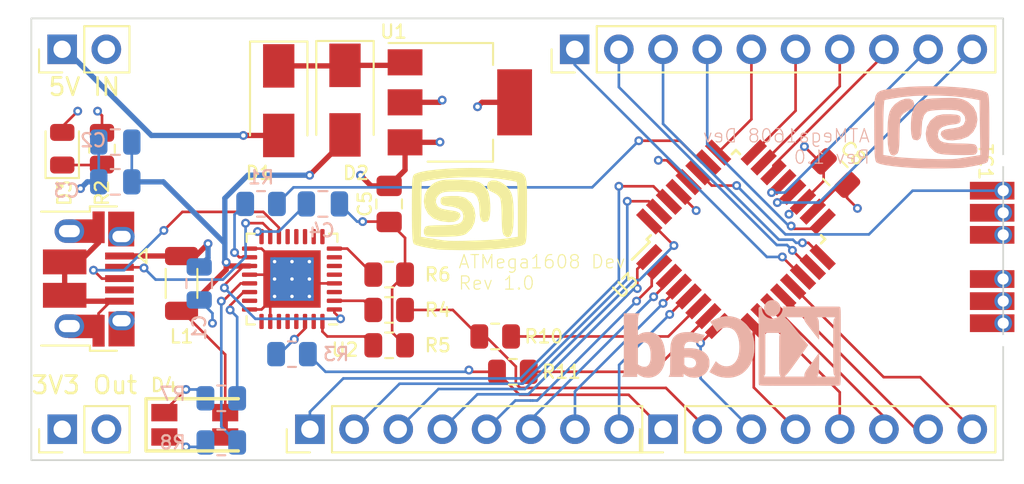
<source format=kicad_pcb>
(kicad_pcb (version 20211014) (generator pcbnew)
  (layers (0 "F.Cu" signal) (1 "In1.Cu" signal) (2 "In2.Cu" signal) (31 "B.Cu" signal) (34 "B.Paste" user) (35 "F.Paste" user) (36 "B.SilkS" user "B.Silkscreen") (37 "F.SilkS" user "F.Silkscreen") (38 "B.Mask" user) (39 "F.Mask" user) (44 "Edge.Cuts" user))
  (net 0 "")
  (net 1 "Net-(C1-Pad1)")
  (net 2 "GND")
  (net 3 "Net-(C2-Pad1)")
  (net 4 "Net-(C4-Pad1)")
  (net 5 "+5V")
  (net 6 "+3V3")
  (net 7 "/~{RESET}")
  (net 8 "Net-(D1-Pad2)")
  (net 9 "Net-(D3-Pad1)")
  (net 10 "Net-(D4-Pad1)")
  (net 11 "Net-(D4-Pad2)")
  (net 12 "Net-(J2-Pad2)")
  (net 13 "Net-(J2-Pad3)")
  (net 15 "/SDA")
  (net 16 "/SCL")
  (net 17 "/TxD0")
  (net 18 "/RxD0")
  (net 19 "/MOSI")
  (net 20 "/MISO")
  (net 21 "/SCK")
  (net 22 "/SS")
  (net 23 "/DOUT")
  (net 24 "/DIN")
  (net 25 "/PC2")
  (net 26 "/PC3")
  (net 27 "/PD0")
  (net 28 "/PD1")
  (net 29 "/PD2")
  (net 30 "/PD3")
  (net 31 "/PD4")
  (net 32 "/PD5")
  (net 33 "/PD6")
  (net 34 "/PD7")
  (net 35 "/PF0")
  (net 36 "/PF1")
  (net 37 "/PF2")
  (net 38 "/PF3")
  (net 39 "/PF4")
  (net 40 "/PF5")
  (net 41 "Net-(R1-Pad2)")
  (net 42 "Net-(R3-Pad1)")
  (net 43 "Net-(R4-Pad1)")
  (net 44 "Net-(R5-Pad1)")
  (net 45 "Net-(R6-Pad1)")
  (net 46 "Net-(R7-Pad2)")
  (net 47 "Net-(R8-Pad2)")
  (net 48 "Net-(R10-Pad1)")
  (net 49 "Net-(R11-Pad1)")
  (net 50 "/UPDI")
  (footprint "Package_DFN_QFN:QFN-32-1EP_5x5mm_P0.5mm_EP3.3x3.3mm_ThermalVias" (layer "F.Cu") (at 126.746 65.278 180)
    (fp_text reference "U2")
    (fp_text value "FT232RQ")
  )
  (footprint "Resistor_SMD:R_0805_2012Metric" (layer "F.Cu") (at 132.334 65.024)
    (fp_text reference "R6")
    (fp_text value "NOPOP")
  )
  (footprint "Capacitor_SMD:C_0805_2012Metric_Pad1.18x1.45mm_HandSolder" (layer "F.Cu") (at 132.334 60.96 -90)
    (fp_text reference "C5")
    (fp_text value "1μF")
  )
  (footprint "Diode_SMD:D_SMA" (layer "F.Cu") (at 125.984 55.023 -90)
    (fp_text reference "D1")
    (fp_text value "B130-13-F")
  )
  (footprint "Connector_USB:USB_Micro-B_Amphenol_10103594-0001LF_Horizontal" (layer "F.Cu") (at 115.062 65.278 -90)
    (fp_text reference "J2" hide)
    (fp_text value "USB_B_Micro")
  )
  (footprint "atmega1608_footprints:LED_KKAA_15-22SURSYGC" (layer "F.Cu") (at 121.158 73.66)
    (fp_text reference "D4")
    (fp_text value "RED_GREEN")
  )
  (footprint "atmega1608_footprints:Tag-Connect EC06" (layer "F.Cu") (at 167.64 64.008 -90)
    (fp_text reference "TC1")
    (fp_text value "ISP" hide)
  )
  (footprint "LED_SMD:LED_0805_2012Metric" (layer "F.Cu") (at 113.538001 57.785001 90)
    (fp_text reference "D3")
    (fp_text value "LED")
  )
  (footprint "MountingHole:MountingHole_2.7mm_M2.5" (layer "F.Cu") (at 121.031 53.721)
    (fp_text reference "H2" hide)
    (fp_text value "MountingHole")
  )
  (footprint "Resistor_SMD:R_0805_2012Metric" (layer "F.Cu") (at 138.43 68.58 180)
    (fp_text reference "R10")
    (fp_text value "0Ω")
  )
  (footprint "Connector_PinHeader_2.54mm:PinHeader_1x08_P2.54mm_Vertical" (layer "F.Cu") (at 127.777 73.914 90)
    (fp_text reference "J3" hide)
    (fp_text value "Comm")
  )
  (footprint "Connector_PinHeader_2.54mm:PinHeader_1x08_P2.54mm_Vertical" (layer "F.Cu") (at 148.082 73.914 90)
    (fp_text reference "J4" hide)
    (fp_text value "GPIO1")
  )
  (footprint "Inductor_SMD:L_1206_3216Metric" (layer "F.Cu") (at 120.396 65.532 -90)
    (fp_text reference "L1")
    (fp_text value "33Ω")
  )
  (footprint "Capacitor_SMD:C_0805_2012Metric" (layer "F.Cu") (at 157.988 59.182 135)
    (fp_text reference "C8")
    (fp_text value "100nF")
  )
  (footprint "MountingHole:MountingHole_2.7mm_M2.5" (layer "F.Cu") (at 161.925 68.834)
    (fp_text reference "H1" hide)
    (fp_text value "MountingHole")
  )
  (footprint "mech:MyBasic_rounded_50_1" (layer "F.Cu") (at 136.906 61.214)
    (fp_text reference "LG2" hide)
    (fp_text value "logo" hide)
  )
  (footprint "Resistor_SMD:R_0805_2012Metric" (layer "F.Cu") (at 132.334 67.056)
    (fp_text reference "R4")
    (fp_text value "0Ω")
  )
  (footprint "Package_TO_SOT_SMD:SOT-223-3_TabPin2" (layer "F.Cu") (at 136.398 55.118)
    (fp_text reference "U1")
    (fp_text value "TC1262-33")
  )
  (footprint "Resistor_SMD:R_0805_2012Metric" (layer "F.Cu") (at 132.334 69.088)
    (fp_text reference "R5")
    (fp_text value "NOPOP")
  )
  (footprint "Connector_PinHeader_2.54mm:PinHeader_1x02_P2.54mm_Vertical" (layer "F.Cu") (at 113.533 52.07 90)
    (fp_text reference "J1" hide)
    (fp_text value "Alt Power")
  )
  (footprint "Connector_PinHeader_2.54mm:PinHeader_1x02_P2.54mm_Vertical" (layer "F.Cu") (at 113.538 73.914 90)
    (fp_text reference "J6" hide)
    (fp_text value "Power OUT")
  )
  (footprint "Resistor_SMD:R_0805_2012Metric" (layer "F.Cu") (at 115.824 57.785 90)
    (fp_text reference "R2")
    (fp_text value "270Ω")
  )
  (footprint "Resistor_SMD:R_0805_2012Metric" (layer "F.Cu") (at 139.446 70.612 180)
    (fp_text reference "R11")
    (fp_text value "0Ω")
  )
  (footprint "Connector_PinHeader_2.54mm:PinHeader_1x10_P2.54mm_Vertical" (layer "F.Cu") (at 143.002 52.07 90)
    (fp_text reference "J5" hide)
    (fp_text value "GPIO2")
  )
  (footprint "Package_QFP:TQFP-32_7x7mm_P0.8mm" (layer "F.Cu") (at 152.273 62.992 45)
    (fp_text reference "U3")
    (fp_text value "ATMega1608_32")
  )
  (footprint "Diode_SMD:D_SMA" (layer "F.Cu") (at 129.794 54.991 -90)
    (fp_text reference "D2")
    (fp_text value "B130-13-F")
  )
  (footprint "Capacitor_SMD:C_0805_2012Metric" (layer "B.Cu") (at 121.412 65.532 -90)
    (fp_text reference "C1")
    (fp_text value "10nF")
  )
  (footprint "Symbol:KiCad-Logo_5mm_SilkScreen" (layer "B.Cu") (at 152.019 69.469 180)
    (fp_text reference "LG3" hide)
    (fp_text value "logo" hide)
  )
  (footprint "Capacitor_SMD:C_0805_2012Metric" (layer "B.Cu") (at 116.586 57.404 180)
    (fp_text reference "C2")
    (fp_text value "100nF")
  )
  (footprint "Resistor_SMD:R_0805_2012Metric" (layer "B.Cu") (at 122.682 74.676)
    (fp_text reference "R8")
    (fp_text value "270Ω")
  )
  (footprint "Capacitor_SMD:C_0805_2012Metric" (layer "B.Cu") (at 128.524 60.96)
    (fp_text reference "C4")
    (fp_text value "4.7μF")
  )
  (footprint "Resistor_SMD:R_0805_2012Metric" (layer "B.Cu") (at 124.968 60.96 180)
    (fp_text reference "R1")
    (fp_text value "0Ω")
  )
  (footprint "mech:MyBasic_rounded_50_1" (layer "B.Cu") (at 163.576 56.515 180)
    (fp_text reference "LG1" hide)
    (fp_text value "logo" hide)
  )
  (footprint "Resistor_SMD:R_0805_2012Metric" (layer "B.Cu") (at 126.746 69.596)
    (fp_text reference "R3")
    (fp_text value "0Ω")
  )
  (footprint "Capacitor_SMD:C_0805_2012Metric" (layer "B.Cu") (at 116.586 59.69 180)
    (fp_text reference "C3")
    (fp_text value "4.7μF")
  )
  (footprint "Resistor_SMD:R_0805_2012Metric" (layer "B.Cu") (at 122.682 72.136)
    (fp_text reference "R7")
    (fp_text value "270Ω")
  )
  (gr_rect (start 111.76 50.292) (end 167.64 75.692) (layer "Edge.Cuts") (width 0.1) (fill none))
  (gr_text "ATMega1608 Dev\nRev 1.0" (at 160.02 57.658) (layer "B.SilkS") (effects (font (size 0.762 0.762) (thickness 0.0635)) (justify left mirror)))
  (gr_text "ATMega1608 Dev\nRev 1.0" (at 136.271 64.897) (layer "F.SilkS") (effects (font (size 0.762 0.762) (thickness 0.0635)) (justify left)))
  (segment (start 116.827 63.953) (end 120.392 63.953) (width 0.3048) (layer "F.Cu") (net 1))
  (segment (start 120.396 63.957) (end 121.209 63.957) (width 0.3048) (layer "F.Cu") (net 1))
  (segment (start 120.392 63.953) (end 120.396 63.957) (width 0.3048) (layer "F.Cu") (net 1))
  (segment (start 121.209 63.957) (end 121.92 63.246) (width 0.3048) (layer "F.Cu") (net 1))
  (via (at 121.92 63.246) (size 0.508) (drill 0.254) (layers "F.Cu" "B.Cu") (net 1))
  (segment (start 121.92 63.246) (end 121.92 64.074) (width 0.3048) (layer "B.Cu") (net 1))
  (segment (start 121.92 64.074) (end 121.412 64.582) (width 0.3048) (layer "B.Cu") (net 1))
  (segment (start 157.316249 58.510249) (end 157.062249 58.510249) (width 0.1524) (layer "F.Cu") (net 2))
  (segment (start 132.334 61.9975) (end 133.2465 62.91) (width 0.1524) (layer "F.Cu") (net 2))
  (segment (start 116.827 66.553) (end 116.327 66.553) (width 0.1524) (layer "F.Cu") (net 2))
  (segment (start 132.3125 61.976) (end 132.334 61.9975) (width 0.1524) (layer "F.Cu") (net 2))
  (segment (start 137.668 55.118) (end 137.414 55.372) (width 0.3048) (layer "F.Cu") (net 2))
  (segment (start 115.627 67.253) (end 115.627 68.253) (width 0.1524) (layer "F.Cu") (net 2))
  (segment (start 114.523 64.293) (end 115.627 63.189) (width 0.3048) (layer "F.Cu") (net 2))
  (segment (start 133.248 55.118) (end 135.255 55.118) (width 0.3048) (layer "F.Cu") (net 2))
  (segment (start 124.996 67.028) (end 125.746 66.278) (width 0.1524) (layer "F.Cu") (net 2))
  (segment (start 139.548 55.118) (end 137.668 55.118) (width 0.3048) (layer "F.Cu") (net 2))
  (segment (start 127.996 65.528) (end 127.746 65.278) (width 0.1524) (layer "F.Cu") (net 2))
  (segment (start 125.496 67.7155) (end 125.496 66.528) (width 0.1524) (layer "F.Cu") (net 2))
  (segment (start 125.496 66.528) (end 125.746 66.278) (width 0.1524) (layer "F.Cu") (net 2))
  (segment (start 115.824 55.88) (end 115.57 55.626) (width 0.1524) (layer "F.Cu") (net 2))
  (segment (start 156.040296 60.835324) (end 155.324207 61.551413) (width 0.1524) (layer "F.Cu") (net 2))
  (segment (start 157.316249 59.645807) (end 156.126732 60.835324) (width 0.1524) (layer "F.Cu") (net 2))
  (segment (start 157.316249 58.510249) (end 157.316249 59.645807) (width 0.1524) (layer "F.Cu") (net 2))
  (segment (start 133.2465 69.088) (end 132.5054 68.3469) (width 0.1524) (layer "F.Cu") (net 2))
  (segment (start 115.824 56.8725) (end 115.824 55.88) (width 0.1524) (layer "F.Cu") (net 2))
  (segment (start 124.996 63.528) (end 125.746 64.278) (width 0.1524) (layer "F.Cu") (net 2))
  (segment (start 133.2465 62.91) (end 133.2465 65.024) (width 0.1524) (layer "F.Cu") (net 2))
  (segment (start 132.5054 65.7651) (end 133.2465 65.024) (width 0.1524) (layer "F.Cu") (net 2))
  (segment (start 125.496 65.028) (end 125.746 65.278) (width 0.1524) (layer "F.Cu") (net 2))
  (segment (start 113.677 64.293) (end 114.523 64.293) (width 0.3048) (layer "F.Cu") (net 2))
  (segment (start 157.062249 58.510249) (end 156.21 57.658) (width 0.1524) (layer "F.Cu") (net 2))
  (segment (start 156.126732 60.835324) (end 156.040296 60.835324) (width 0.1524) (layer "F.Cu") (net 2))
  (segment (start 114.017 66.553) (end 116.827 66.553) (width 0.3048) (layer "F.Cu") (net 2))
  (segment (start 148.984953 60.338953) (end 149.987 61.341) (width 0.1524) (layer "F.Cu") (net 2))
  (segment (start 135.255 55.118) (end 135.382 54.991) (width 0.3048) (layer "F.Cu") (net 2))
  (segment (start 132.5054 68.3469) (end 132.5054 65.7651) (width 0.1524) (layer "F.Cu") (net 2))
  (segment (start 113.677 66.213) (end 114.017 66.553) (width 0.3048) (layer "F.Cu") (net 2))
  (segment (start 116.327 66.553) (end 115.627 67.253) (width 0.1524) (layer "F.Cu") (net 2))
  (segment (start 124.3085 67.028) (end 124.996 67.028) (width 0.1524) (layer "F.Cu") (net 2))
  (segment (start 130.81 61.976) (end 132.3125 61.976) (width 0.1524) (layer "F.Cu") (net 2))
  (segment (start 124.3085 63.528) (end 124.996 63.528) (width 0.1524) (layer "F.Cu") (net 2))
  (segment (start 124.3085 65.028) (end 125.496 65.028) (width 0.1524) (layer "F.Cu") (net 2))
  (segment (start 115.627 63.189) (end 115.627 62.303) (width 0.3048) (layer "F.Cu") (net 2))
  (segment (start 113.677 64.293) (end 113.677 66.213) (width 0.3048) (layer "F.Cu") (net 2))
  (segment (start 148.984953 60.269639) (end 148.984953 60.338953) (width 0.1524) (layer "F.Cu") (net 2))
  (segment (start 129.1835 65.528) (end 127.996 65.528) (width 0.1524) (layer "F.Cu") (net 2))
  (via (at 115.57 55.626) (size 0.508) (drill 0.254) (layers "F.Cu" "B.Cu") (net 2))
  (via (at 156.21 57.658) (size 0.508) (drill 0.254) (layers "F.Cu" "B.Cu") (net 2))
  (via (at 122.174 67.818) (size 0.508) (drill 0.254) (layers "F.Cu" "B.Cu") (net 2))
  (via (at 135.382 54.991) (size 0.508) (drill 0.254) (layers "F.Cu" "B.Cu") (net 2))
  (via (at 114.58705 60.076199) (size 0.508) (drill 0.254) (layers "F.Cu" "B.Cu") (net 2))
  (via (at 137.414 55.372) (size 0.508) (drill 0.254) (layers "F.Cu" "B.Cu") (net 2))
  (via (at 130.81 61.976) (size 0.508) (drill 0.254) (layers "F.Cu" "B.Cu") (net 2))
  (via (at 155.324207 61.551413) (size 0.508) (drill 0.254) (layers "F.Cu" "B.Cu") (net 2))
  (via (at 149.987 61.341) (size 0.508) (drill 0.254) (layers "F.Cu" "B.Cu") (net 2))
  (segment (start 121.412 66.482) (end 122.174 67.244) (width 0.1524) (layer "B.Cu") (net 2))
  (segment (start 129.474 60.96) (end 130.49 61.976) (width 0.1524) (layer "B.Cu") (net 2))
  (segment (start 122.174 67.244) (end 122.174 67.818) (width 0.1524) (layer "B.Cu") (net 2))
  (segment (start 130.49 61.976) (end 130.81 61.976) (width 0.1524) (layer "B.Cu") (net 2))
  (segment (start 114.973249 59.69) (end 114.58705 60.076199) (width 0.3048) (layer "B.Cu") (net 2))
  (segment (start 115.636 57.404) (end 115.636 59.69) (width 0.1524) (layer "B.Cu") (net 2))
  (segment (start 115.636 59.69) (end 114.973249 59.69) (width 0.3048) (layer "B.Cu") (net 2))
  (segment (start 122.908 72.96) (end 122.908 74.36) (width 0.3048) (layer "F.Cu") (net 3))
  (segment (start 124.3085 64.528) (end 123.178 64.528) (width 0.3048) (layer "F.Cu") (net 3))
  (segment (start 122.908 72.96) (end 122.908 69.619) (width 0.1524) (layer "F.Cu") (net 3))
  (segment (start 122.964103 64.741897) (end 122.964103 64.314103) (width 0.3048) (layer "F.Cu") (net 3))
  (segment (start 129.794 57.277) (end 129.794 56.991) (width 0.3048) (layer "F.Cu") (net 3))
  (segment (start 127.762 59.309) (end 129.794 57.277) (width 0.3048) (layer "F.Cu") (net 3))
  (segment (start 120.396 67.107) (end 120.599 67.107) (width 0.3048) (layer "F.Cu") (net 3))
  (segment (start 124.3085 64.528) (end 123.959322 64.528) (width 0.1524) (layer "F.Cu") (net 3))
  (segment (start 129.1835 67.2075) (end 129.54 67.564) (width 0.1524) (layer "F.Cu") (net 3))
  (segment (start 122.908 69.619) (end 120.396 67.107) (width 0.1524) (layer "F.Cu") (net 3))
  (segment (start 120.599 67.107) (end 122.964103 64.741897) (width 0.3048) (layer "F.Cu") (net 3))
  (segment (start 122.859528 65.627794) (end 122.859528 65.78548) (width 0.1524) (layer "F.Cu") (net 3))
  (segment (start 123.178 64.528) (end 122.964103 64.314103) (width 0.3048) (layer "F.Cu") (net 3))
  (segment (start 123.959322 64.528) (end 122.859528 65.627794) (width 0.1524) (layer "F.Cu") (net 3))
  (segment (start 129.1835 67.028) (end 129.1835 67.2075) (width 0.1524) (layer "F.Cu") (net 3))
  (via (at 127.762 59.309) (size 0.508) (drill 0.254) (layers "F.Cu" "B.Cu") (net 3))
  (via (at 122.859528 65.78548) (size 0.508) (drill 0.254) (layers "F.Cu" "B.Cu") (net 3))
  (via (at 122.964103 64.314103) (size 0.508) (drill 0.254) (layers "F.Cu" "B.Cu") (net 3))
  (via (at 129.54 67.564) (size 0.508) (drill 0.254) (layers "F.Cu" "B.Cu") (net 3))
  (segment (start 122.8857 64.2357) (end 122.964103 64.314103) (width 0.3048) (layer "B.Cu") (net 3))
  (segment (start 122.8857 63.22581) (end 122.8857 60.632694) (width 0.3048) (layer "B.Cu") (net 3))
  (segment (start 124.638048 67.564) (end 122.859528 65.78548) (width 0.1524) (layer "B.Cu") (net 3))
  (segment (start 119.34989 59.69) (end 122.8857 63.22581) (width 0.3048) (layer "B.Cu") (net 3))
  (segment (start 129.54 67.564) (end 124.638048 67.564) (width 0.1524) (layer "B.Cu") (net 3))
  (segment (start 117.536 57.404) (end 117.536 59.69) (width 0.1524) (layer "B.Cu") (net 3))
  (segment (start 122.8857 63.22581) (end 122.8857 64.2357) (width 0.3048) (layer "B.Cu") (net 3))
  (segment (start 124.209394 59.309) (end 127.762 59.309) (width 0.3048) (layer "B.Cu") (net 3))
  (segment (start 119.34989 59.69) (end 117.536 59.69) (width 0.3048) (layer "B.Cu") (net 3))
  (segment (start 122.8857 60.632694) (end 124.209394 59.309) (width 0.3048) (layer "B.Cu") (net 3))
  (segment (start 124.996 62.775287) (end 124.768713 62.548) (width 0.1524) (layer "F.Cu") (net 4))
  (segment (start 124.996 62.8405) (end 124.996 62.775287) (width 0.1524) (layer "F.Cu") (net 4))
  (via (at 124.768713 62.548) (size 0.508) (drill 0.254) (layers "F.Cu" "B.Cu") (net 4))
  (segment (start 127.574 60.96) (end 125.986 62.548) (width 0.1524) (layer "B.Cu") (net 4))
  (segment (start 125.986 62.548) (end 124.768713 62.548) (width 0.1524) (layer "B.Cu") (net 4))
  (segment (start 133.075 52.991) (end 133.248 52.818) (width 0.3048) (layer "F.Cu") (net 5))
  (segment (start 125.984 53.023) (end 129.762 53.023) (width 0.3048) (layer "F.Cu") (net 5))
  (segment (start 129.794 52.991) (end 133.075 52.991) (width 0.3048) (layer "F.Cu") (net 5))
  (segment (start 129.762 53.023) (end 129.794 52.991) (width 0.3048) (layer "F.Cu") (net 5))
  (segment (start 131.2965 59.9225) (end 130.683 59.309) (width 0.3048) (layer "F.Cu") (net 6))
  (segment (start 148.296528 58.449842) (end 147.811049 58.449842) (width 0.1524) (layer "F.Cu") (net 6))
  (segment (start 149.550639 59.703953) (end 148.296528 58.449842) (width 0.1524) (layer "F.Cu") (net 6))
  (segment (start 133.248 57.418) (end 135.241 57.418) (width 0.3048) (layer "F.Cu") (net 6))
  (segment (start 132.334 59.9225) (end 131.2965 59.9225) (width 0.3048) (layer "F.Cu") (net 6))
  (segment (start 135.241 57.418) (end 135.255 57.404) (width 0.3048) (layer "F.Cu") (net 6))
  (segment (start 158.659751 60.615751) (end 159.258 61.214) (width 0.1524) (layer "F.Cu") (net 6))
  (segment (start 113.538001 56.514999) (end 114.427 55.626) (width 0.1524) (layer "F.Cu") (net 6))
  (segment (start 133.248 59.0085) (end 132.334 59.9225) (width 0.3048) (layer "F.Cu") (net 6))
  (segment (start 158.239676 59.853751) (end 156.692417 61.40101) (width 0.1524) (layer "F.Cu") (net 6))
  (segment (start 133.248 57.418) (end 133.248 59.0085) (width 0.3048) (layer "F.Cu") (net 6))
  (segment (start 158.659751 59.853751) (end 158.239676 59.853751) (width 0.1524) (layer "F.Cu") (net 6))
  (segment (start 158.659751 59.853751) (end 158.659751 60.615751) (width 0.1524) (layer "F.Cu") (net 6))
  (segment (start 113.538001 56.847501) (end 113.538001 56.514999) (width 0.1524) (layer "F.Cu") (net 6))
  (via (at 130.683 59.309) (size 0.508) (drill 0.254) (layers "F.Cu" "B.Cu") (net 6))
  (via (at 159.258 61.214) (size 0.508) (drill 0.254) (layers "F.Cu" "B.Cu") (net 6))
  (via (at 114.427 55.626) (size 0.508) (drill 0.254) (layers "F.Cu" "B.Cu") (net 6))
  (via (at 135.255 57.404) (size 0.508) (drill 0.254) (layers "F.Cu" "B.Cu") (net 6))
  (via (at 147.811049 58.449842) (size 0.508) (drill 0.254) (layers "F.Cu" "B.Cu") (net 6))
  (segment (start 150.68201 58.572583) (end 150.293101 58.572583) (width 0.1524) (layer "F.Cu") (net 7))
  (segment (start 149.046957 57.326439) (end 146.687646 57.326439) (width 0.1524) (layer "F.Cu") (net 7))
  (segment (start 150.293101 58.572583) (end 149.046957 57.326439) (width 0.1524) (layer "F.Cu") (net 7))
  (via (at 146.687646 57.326439) (size 0.508) (drill 0.254) (layers "F.Cu" "B.Cu") (net 7))
  (segment (start 144.007685 60.0064) (end 146.687646 57.326439) (width 0.1524) (layer "B.Cu") (net 7))
  (segment (start 126.8341 60.0064) (end 144.007685 60.0064) (width 0.1524) (layer "B.Cu") (net 7))
  (segment (start 125.8805 60.96) (end 126.8341 60.0064) (width 0.1524) (layer "B.Cu") (net 7))
  (segment (start 123.952 57.023) (end 125.984 57.023) (width 0.3048) (layer "F.Cu") (net 8))
  (via (at 123.952 57.023) (size 0.508) (drill 0.254) (layers "F.Cu" "B.Cu") (net 8))
  (segment (start 113.533 52.07) (end 113.711606 52.07) (width 0.3048) (layer "B.Cu") (net 8))
  (segment (start 113.711606 52.07) (end 118.664606 57.023) (width 0.3048) (layer "B.Cu") (net 8))
  (segment (start 118.664606 57.023) (end 123.952 57.023) (width 0.3048) (layer "B.Cu") (net 8))
  (segment (start 113.538001 58.722501) (end 115.799 58.722501) (width 0.1524) (layer "F.Cu") (net 9))
  (segment (start 115.799 58.722501) (end 115.824 58.6975) (width 0.1524) (layer "F.Cu") (net 9))
  (segment (start 120.08 74.36) (end 120.65 74.93) (width 0.1524) (layer "F.Cu") (net 10))
  (segment (start 119.408 74.36) (end 120.08 74.36) (width 0.1524) (layer "F.Cu") (net 10))
  (via (at 120.65 74.93) (size 0.508) (drill 0.254) (layers "F.Cu" "B.Cu") (net 10))
  (segment (start 120.65 74.93) (end 121.5155 74.93) (width 0.1524) (layer "B.Cu") (net 10))
  (segment (start 121.5155 74.93) (end 121.7695 74.676) (width 0.1524) (layer "B.Cu") (net 10))
  (segment (start 119.408 72.96) (end 119.408 72.87) (width 0.1524) (layer "F.Cu") (net 11))
  (segment (start 119.408 72.87) (end 120.65 71.628) (width 0.1524) (layer "F.Cu") (net 11))
  (via (at 120.65 71.628) (size 0.508) (drill 0.254) (layers "F.Cu" "B.Cu") (net 11))
  (segment (start 121.2615 71.628) (end 121.7695 72.136) (width 0.1524) (layer "B.Cu") (net 11))
  (segment (start 120.65 71.628) (end 121.2615 71.628) (width 0.1524) (layer "B.Cu") (net 11))
  (segment (start 125.496 62.491322) (end 125.070578 62.0659) (width 0.1524) (layer "F.Cu") (net 12))
  (segment (start 125.496 62.8405) (end 125.496 62.491322) (width 0.1524) (layer "F.Cu") (net 12))
  (segment (start 118.197 64.603) (end 118.237 64.643) (width 0.1524) (layer "F.Cu") (net 12))
  (segment (start 116.827 64.603) (end 118.197 64.603) (width 0.1524) (layer "F.Cu") (net 12))
  (segment (start 125.070578 62.0659) (end 124.079 62.0659) (width 0.1524) (layer "F.Cu") (net 12))
  (via (at 124.079 62.0659) (size 0.508) (drill 0.254) (layers "F.Cu" "B.Cu") (net 12))
  (via (at 118.237 64.643) (size 0.508) (drill 0.254) (layers "F.Cu" "B.Cu") (net 12))
  (segment (start 118.9046 65.3106) (end 122.7764 65.3106) (width 0.1524) (layer "B.Cu") (net 12))
  (segment (start 124.079 64.008) (end 124.079 62.0659) (width 0.1524) (layer "B.Cu") (net 12))
  (segment (start 122.7764 65.3106) (end 124.079 64.008) (width 0.1524) (layer "B.Cu") (net 12))
  (segment (start 118.237 64.643) (end 118.9046 65.3106) (width 0.1524) (layer "B.Cu") (net 12))
  (segment (start 125.996 62.8405) (end 125.996 62.319654) (width 0.1524) (layer "F.Cu") (net 13))
  (segment (start 120.446301 61.417699) (end 119.38 62.484) (width 0.1524) (layer "F.Cu") (net 13))
  (segment (start 115.815902 65.253) (end 116.827 65.253) (width 0.1524) (layer "F.Cu") (net 13))
  (segment (start 125.996 62.319654) (end 125.094045 61.417699) (width 0.1524) (layer "F.Cu") (net 13))
  (segment (start 125.094045 61.417699) (end 120.446301 61.417699) (width 0.1524) (layer "F.Cu") (net 13))
  (segment (start 115.332902 64.77) (end 115.815902 65.253) (width 0.1524) (layer "F.Cu") (net 13))
  (via (at 115.332902 64.77) (size 0.508) (drill 0.254) (layers "F.Cu" "B.Cu") (net 13))
  (via (at 119.38 62.484) (size 0.508) (drill 0.254) (layers "F.Cu" "B.Cu") (net 13))
  (segment (start 119.38 62.484) (end 117.094 64.77) (width 0.1524) (layer "B.Cu") (net 13))
  (segment (start 117.094 64.77) (end 115.332902 64.77) (width 0.1524) (layer "B.Cu") (net 13))
  (segment (start 147.287897 61.966695) (end 147.319142 61.966695) (width 0.1524) (layer "F.Cu") (net 15))
  (segment (start 147.319142 61.966695) (end 148.705793 63.353346) (width 0.1524) (layer "F.Cu") (net 15))
  (via (at 148.705793 63.353346) (size 0.508) (drill 0.254) (layers "F.Cu" "B.Cu") (net 15))
  (segment (start 146.718227 65.340912) (end 148.705793 63.353346) (width 0.1524) (layer "B.Cu") (net 15))
  (segment (start 132.857 73.914) (end 135.169398 71.601602) (width 0.1524) (layer "B.Cu") (net 15))
  (segment (start 135.169398 71.601602) (end 140.140812 71.601602) (width 0.1524) (layer "B.Cu") (net 15))
  (segment (start 146.401502 65.340912) (end 146.718227 65.340912) (width 0.1524) (layer "B.Cu") (net 15))
  (segment (start 140.140812 71.601602) (end 146.401502 65.340912) (width 0.1524) (layer "B.Cu") (net 15))
  (segment (start 146.601195 64.704007) (end 146.601195 65.823012) (width 0.1524) (layer "F.Cu") (net 16))
  (segment (start 147.287897 64.017305) (end 146.601195 64.704007) (width 0.1524) (layer "F.Cu") (net 16))
  (via (at 146.601195 65.823012) (size 0.508) (drill 0.254) (layers "F.Cu" "B.Cu") (net 16))
  (segment (start 137.405097 71.905903) (end 140.332135 71.905903) (width 0.1524) (layer "B.Cu") (net 16))
  (segment (start 135.397 73.914) (end 137.405097 71.905903) (width 0.1524) (layer "B.Cu") (net 16))
  (segment (start 140.332135 71.905903) (end 146.415026 65.823012) (width 0.1524) (layer "B.Cu") (net 16))
  (segment (start 146.415026 65.823012) (end 146.601195 65.823012) (width 0.1524) (layer "B.Cu") (net 16))
  (segment (start 147.527944 59.944) (end 148.419268 60.835324) (width 0.1524) (layer "F.Cu") (net 17))
  (segment (start 145.542 59.944) (end 147.527944 59.944) (width 0.1524) (layer "F.Cu") (net 17))
  (via (at 145.542 59.944) (size 0.508) (drill 0.254) (layers "F.Cu" "B.Cu") (net 17))
  (segment (start 139.888722 70.993) (end 145.542 65.339722) (width 0.1524) (layer "B.Cu") (net 17))
  (segment (start 127.777 73.914) (end 127.777 72.9116) (width 0.1524) (layer "B.Cu") (net 17))
  (segment (start 145.542 65.339722) (end 145.542 59.944) (width 0.1524) (layer "B.Cu") (net 17))
  (segment (start 127.777 72.9116) (end 129.6956 70.993) (width 0.1524) (layer "B.Cu") (net 17))
  (segment (start 129.6956 70.993) (end 139.888722 70.993) (width 0.1524) (layer "B.Cu") (net 17))
  (segment (start 147.853583 61.40101) (end 147.258508 60.805935) (width 0.1524) (layer "F.Cu") (net 18))
  (segment (start 147.258508 60.805935) (end 146.0241 60.805935) (width 0.1524) (layer "F.Cu") (net 18))
  (via (at 146.0241 60.805935) (size 0.508) (drill 0.254) (layers "F.Cu" "B.Cu") (net 18))
  (segment (start 140.014767 71.297301) (end 146.0241 65.287968) (width 0.1524) (layer "B.Cu") (net 18))
  (segment (start 130.317 73.914) (end 132.933699 71.297301) (width 0.1524) (layer "B.Cu") (net 18))
  (segment (start 146.0241 65.287968) (end 146.0241 60.805935) (width 0.1524) (layer "B.Cu") (net 18))
  (segment (start 132.933699 71.297301) (end 140.014767 71.297301) (width 0.1524) (layer "B.Cu") (net 18))
  (segment (start 147.430528 65.675472) (end 147.430528 65.006045) (width 0.1524) (layer "F.Cu") (net 19))
  (segment (start 147.430528 65.006045) (end 147.853583 64.58299) (width 0.1524) (layer "F.Cu") (net 19))
  (segment (start 146.558 66.548) (end 147.430528 65.675472) (width 0.1524) (layer "F.Cu") (net 19))
  (via (at 146.558 66.548) (size 0.508) (drill 0.254) (layers "F.Cu" "B.Cu") (net 19))
  (segment (start 139.588 72.263) (end 140.462 72.263) (width 0.1524) (layer "B.Cu") (net 19))
  (segment (start 140.462 72.263) (end 140.589 72.263) (width 0.1524) (layer "B.Cu") (net 19))
  (segment (start 137.937 73.914) (end 139.588 72.263) (width 0.1524) (layer "B.Cu") (net 19))
  (segment (start 140.589 72.263) (end 140.843 72.263) (width 0.1524) (layer "B.Cu") (net 19))
  (segment (start 140.843 72.263) (end 146.558 66.548) (width 0.1524) (layer "B.Cu") (net 19))
  (segment (start 148.419268 65.418966) (end 147.541035 66.297199) (width 0.1524) (layer "F.Cu") (net 20))
  (segment (start 148.419268 65.148676) (end 148.419268 65.418966) (width 0.1524) (layer "F.Cu") (net 20))
  (via (at 147.541035 66.297199) (size 0.508) (drill 0.254) (layers "F.Cu" "B.Cu") (net 20))
  (segment (start 140.477 73.914) (end 140.477 73.361234) (width 0.1524) (layer "B.Cu") (net 20))
  (segment (start 140.477 73.361234) (end 147.541035 66.297199) (width 0.1524) (layer "B.Cu") (net 20))
  (segment (start 148.984953 65.714361) (end 148.984953 65.772147) (width 0.1524) (layer "F.Cu") (net 21))
  (segment (start 148.984953 65.772147) (end 148.082059 66.675041) (width 0.1524) (layer "F.Cu") (net 21))
  (via (at 148.082059 66.675041) (size 0.508) (drill 0.254) (layers "F.Cu" "B.Cu") (net 21))
  (segment (start 143.017 71.7401) (end 148.082059 66.675041) (width 0.1524) (layer "B.Cu") (net 21))
  (segment (start 143.017 73.914) (end 143.017 71.7401) (width 0.1524) (layer "B.Cu") (net 21))
  (segment (start 149.492953 66.280047) (end 148.463 67.31) (width 0.1524) (layer "F.Cu") (net 22))
  (segment (start 149.550639 66.280047) (end 149.492953 66.280047) (width 0.1524) (layer "F.Cu") (net 22))
  (via (at 148.463 67.31) (size 0.508) (drill 0.254) (layers "F.Cu" "B.Cu") (net 22))
  (segment (start 145.557 70.216) (end 145.557 73.914) (width 0.1524) (layer "B.Cu") (net 22))
  (segment (start 148.463 67.31) (end 145.557 70.216) (width 0.1524) (layer "B.Cu") (net 22))
  (segment (start 139.8666 71.5406) (end 148.2486 71.5406) (width 0.1524) (layer "F.Cu") (net 23))
  (segment (start 133.2465 67.056) (end 135.9935 67.056) (width 0.1524) (layer "F.Cu") (net 23))
  (segment (start 148.2486 71.5406) (end 150.622 73.914) (width 0.1524) (layer "F.Cu") (net 23))
  (segment (start 137.5175 68.58) (end 137.890843 68.58) (width 0.1524) (layer "F.Cu") (net 23))
  (segment (start 139.6174 71.2914) (end 139.8666 71.5406) (width 0.1524) (layer "F.Cu") (net 23))
  (segment (start 137.890843 68.58) (end 139.6174 70.306557) (width 0.1524) (layer "F.Cu") (net 23))
  (segment (start 135.9935 67.056) (end 137.5175 68.58) (width 0.1524) (layer "F.Cu") (net 23))
  (segment (start 139.6174 70.306557) (end 139.6174 71.2914) (width 0.1524) (layer "F.Cu") (net 23))
  (segment (start 137.020522 70.612) (end 136.919422 70.5109) (width 0.1524) (layer "F.Cu") (net 24))
  (segment (start 138.5335 70.637846) (end 139.827955 71.932301) (width 0.1524) (layer "F.Cu") (net 24))
  (segment (start 146.100301 71.932301) (end 148.082 73.914) (width 0.1524) (layer "F.Cu") (net 24))
  (segment (start 138.5335 70.612) (end 137.020522 70.612) (width 0.1524) (layer "F.Cu") (net 24))
  (segment (start 138.5335 70.612) (end 138.5335 70.637846) (width 0.1524) (layer "F.Cu") (net 24))
  (segment (start 139.827955 71.932301) (end 146.100301 71.932301) (width 0.1524) (layer "F.Cu") (net 24))
  (via (at 136.919422 70.5109) (size 0.508) (drill 0.254) (layers "F.Cu" "B.Cu") (net 24))
  (segment (start 136.818322 70.612) (end 136.919422 70.5109) (width 0.1524) (layer "B.Cu") (net 24))
  (segment (start 127.6585 69.596) (end 128.6745 70.612) (width 0.1524) (layer "B.Cu") (net 24))
  (segment (start 128.6745 70.612) (end 136.818322 70.612) (width 0.1524) (layer "B.Cu") (net 24))
  (segment (start 151.224897 67.977103) (end 150.241 68.961) (width 0.1524) (layer "F.Cu") (net 25))
  (segment (start 151.247695 67.977103) (end 151.224897 67.977103) (width 0.1524) (layer "F.Cu") (net 25))
  (via (at 150.241 68.961) (size 0.508) (drill 0.254) (layers "F.Cu" "B.Cu") (net 25))
  (segment (start 150.241 70.993) (end 153.162 73.914) (width 0.1524) (layer "B.Cu") (net 25))
  (segment (start 150.241 68.961) (end 150.241 70.993) (width 0.1524) (layer "B.Cu") (net 25))
  (segment (start 153.298305 71.510305) (end 155.702 73.914) (width 0.1524) (layer "F.Cu") (net 26))
  (segment (start 153.298305 67.977103) (end 153.298305 71.510305) (width 0.1524) (layer "F.Cu") (net 26))
  (segment (start 153.86399 67.411417) (end 158.242 71.789427) (width 0.1524) (layer "F.Cu") (net 27))
  (segment (start 158.242 71.789427) (end 158.242 73.914) (width 0.1524) (layer "F.Cu") (net 27))
  (segment (start 160.782 73.198056) (end 160.782 73.914) (width 0.1524) (layer "F.Cu") (net 28))
  (segment (start 154.429676 66.845732) (end 160.782 73.198056) (width 0.1524) (layer "F.Cu") (net 28))
  (segment (start 154.995361 66.280047) (end 162.629314 73.914) (width 0.1524) (layer "F.Cu") (net 29))
  (segment (start 162.629314 73.914) (end 163.322 73.914) (width 0.1524) (layer "F.Cu") (net 29))
  (segment (start 160.767287 70.920601) (end 162.868601 70.920601) (width 0.1524) (layer "F.Cu") (net 30))
  (segment (start 155.561047 65.714361) (end 160.767287 70.920601) (width 0.1524) (layer "F.Cu") (net 30))
  (segment (start 162.868601 70.920601) (end 165.862 73.914) (width 0.1524) (layer "F.Cu") (net 30))
  (segment (start 156.080676 65.148676) (end 154.94 64.008) (width 0.1524) (layer "F.Cu") (net 31))
  (segment (start 156.126732 65.148676) (end 156.080676 65.148676) (width 0.1524) (layer "F.Cu") (net 31))
  (via (at 154.94 64.008) (size 0.508) (drill 0.254) (layers "F.Cu" "B.Cu") (net 31))
  (segment (start 154.94 64.008) (end 154.051 64.008) (width 0.1524) (layer "B.Cu") (net 31))
  (segment (start 143.002 52.959) (end 143.002 52.07) (width 0.1524) (layer "B.Cu") (net 31))
  (segment (start 154.051 64.008) (end 143.002 52.959) (width 0.1524) (layer "B.Cu") (net 31))
  (segment (start 156.47304 64.58299) (end 155.518542 63.628492) (width 0.1524) (layer "F.Cu") (net 32))
  (segment (start 156.692417 64.58299) (end 156.47304 64.58299) (width 0.1524) (layer "F.Cu") (net 32))
  (via (at 155.518542 63.628492) (size 0.508) (drill 0.254) (layers "F.Cu" "B.Cu") (net 32))
  (segment (start 155.210752 63.320702) (end 155.518542 63.628492) (width 0.1524) (layer "B.Cu") (net 32))
  (segment (start 154.617769 63.320702) (end 155.210752 63.320702) (width 0.1524) (layer "B.Cu") (net 32))
  (segment (start 145.542 54.244933) (end 154.617769 63.320702) (width 0.1524) (layer "B.Cu") (net 32))
  (segment (start 145.542 52.07) (end 145.542 54.244933) (width 0.1524) (layer "B.Cu") (net 32))
  (segment (start 156.434998 63.1942) (end 156.096422 63.1942) (width 0.1524) (layer "F.Cu") (net 33))
  (segment (start 157.258103 64.017305) (end 156.434998 63.1942) (width 0.1524) (layer "F.Cu") (net 33))
  (via (at 156.096422 63.1942) (size 0.508) (drill 0.254) (layers "F.Cu" "B.Cu") (net 33))
  (segment (start 155.550055 63.016401) (end 155.727854 63.1942) (width 0.1524) (layer "B.Cu") (net 33))
  (segment (start 154.743814 63.016401) (end 155.550055 63.016401) (width 0.1524) (layer "B.Cu") (net 33))
  (segment (start 148.082 56.354587) (end 154.743814 63.016401) (width 0.1524) (layer "B.Cu") (net 33))
  (segment (start 148.082 52.07) (end 148.082 56.354587) (width 0.1524) (layer "B.Cu") (net 33))
  (segment (start 155.727854 63.1942) (end 156.096422 63.1942) (width 0.1524) (layer "B.Cu") (net 33))
  (segment (start 155.448 62.23) (end 155.60775 62.38975) (width 0.1524) (layer "F.Cu") (net 34))
  (segment (start 156.835048 62.38975) (end 157.258103 61.966695) (width 0.1524) (layer "F.Cu") (net 34))
  (segment (start 155.60775 62.38975) (end 156.835048 62.38975) (width 0.1524) (layer "F.Cu") (net 34))
  (via (at 155.448 62.23) (size 0.508) (drill 0.254) (layers "F.Cu" "B.Cu") (net 34))
  (segment (start 150.622 57.531) (end 155.321 62.23) (width 0.1524) (layer "B.Cu") (net 34))
  (segment (start 155.321 62.23) (end 155.448 62.23) (width 0.1524) (layer "B.Cu") (net 34))
  (segment (start 150.622 52.07) (end 150.622 57.531) (width 0.1524) (layer "B.Cu") (net 34))
  (segment (start 155.561047 60.269639) (end 155.262568 60.269639) (width 0.1524) (layer "F.Cu") (net 35))
  (segment (start 155.262568 60.269639) (end 154.6525 60.879707) (width 0.1524) (layer "F.Cu") (net 35))
  (via (at 154.6525 60.879707) (size 0.508) (drill 0.254) (layers "F.Cu" "B.Cu") (net 35))
  (segment (start 157.052293 60.879707) (end 154.6525 60.879707) (width 0.1524) (layer "B.Cu") (net 35))
  (segment (start 165.862 52.07) (end 157.052293 60.879707) (width 0.1524) (layer "B.Cu") (net 35))
  (segment (start 154.924895 59.703953) (end 154.321963 60.306885) (width 0.1524) (layer "F.Cu") (net 36))
  (segment (start 154.995361 59.703953) (end 154.924895 59.703953) (width 0.1524) (layer "F.Cu") (net 36))
  (via (at 154.321963 60.306885) (size 0.508) (drill 0.254) (layers "F.Cu" "B.Cu") (net 36))
  (segment (start 155.085115 60.306885) (end 154.321963 60.306885) (width 0.1524) (layer "B.Cu") (net 36))
  (segment (start 163.322 52.07) (end 155.085115 60.306885) (width 0.1524) (layer "B.Cu") (net 36))
  (segment (start 154.429676 59.138268) (end 154.429676 58.749359) (width 0.1524) (layer "F.Cu") (net 37))
  (segment (start 160.782 52.397035) (end 160.782 52.07) (width 0.1524) (layer "F.Cu") (net 37))
  (segment (start 154.429676 58.749359) (end 160.782 52.397035) (width 0.1524) (layer "F.Cu") (net 37))
  (segment (start 158.242 54.194573) (end 158.242 52.07) (width 0.1524) (layer "F.Cu") (net 38))
  (segment (start 153.86399 58.572583) (end 158.242 54.194573) (width 0.1524) (layer "F.Cu") (net 38))
  (segment (start 155.702 55.603202) (end 155.702 52.07) (width 0.1524) (layer "F.Cu") (net 39))
  (segment (start 153.298305 58.006897) (end 155.702 55.603202) (width 0.1524) (layer "F.Cu") (net 39))
  (segment (start 153.162 56.092592) (end 153.162 52.07) (width 0.1524) (layer "F.Cu") (net 40))
  (segment (start 151.247695 58.006897) (end 153.162 56.092592) (width 0.1524) (layer "F.Cu") (net 40))
  (segment (start 123.444 63.754) (end 123.718 64.028) (width 0.1524) (layer "F.Cu") (net 41))
  (segment (start 123.718 64.028) (end 124.3085 64.028) (width 0.1524) (layer "F.Cu") (net 41))
  (via (at 123.444 63.754) (size 0.508) (drill 0.254) (layers "F.Cu" "B.Cu") (net 41))
  (segment (start 123.444 61.5715) (end 123.444 63.754) (width 0.1524) (layer "B.Cu") (net 41))
  (segment (start 124.0555 60.96) (end 123.444 61.5715) (width 0.1524) (layer "B.Cu") (net 41))
  (segment (start 127.496 68.124876) (end 127.496 67.7155) (width 0.1524) (layer "F.Cu") (net 42))
  (segment (start 126.880795 68.740081) (end 127.496 68.124876) (width 0.1524) (layer "F.Cu") (net 42))
  (via (at 126.880795 68.740081) (size 0.508) (drill 0.254) (layers "F.Cu" "B.Cu") (net 42))
  (segment (start 125.8335 69.596) (end 125.984 69.596) (width 0.1524) (layer "B.Cu") (net 42))
  (segment (start 126.024876 69.596) (end 126.880795 68.740081) (width 0.1524) (layer "B.Cu") (net 42))
  (segment (start 125.984 69.596) (end 126.024876 69.596) (width 0.1524) (layer "B.Cu") (net 42))
  (segment (start 131.4215 67.056) (end 130.8935 66.528) (width 0.1524) (layer "F.Cu") (net 43))
  (segment (start 130.8935 66.528) (end 129.1835 66.528) (width 0.1524) (layer "F.Cu") (net 43))
  (segment (start 128.778 68.58) (end 128.496 68.298) (width 0.1524) (layer "F.Cu") (net 44))
  (segment (start 131.4215 69.088) (end 130.9135 68.58) (width 0.1524) (layer "F.Cu") (net 44))
  (segment (start 130.9135 68.58) (end 128.778 68.58) (width 0.1524) (layer "F.Cu") (net 44))
  (segment (start 128.496 68.298) (end 128.496 67.7155) (width 0.1524) (layer "F.Cu") (net 44))
  (segment (start 131.4215 65.024) (end 129.9255 63.528) (width 0.1524) (layer "F.Cu") (net 45))
  (segment (start 129.9255 63.528) (end 129.1835 63.528) (width 0.1524) (layer "F.Cu") (net 45))
  (segment (start 123.19 67.056) (end 123.19 66.797322) (width 0.1524) (layer "F.Cu") (net 46))
  (segment (start 123.959322 66.028) (end 124.3085 66.028) (width 0.1524) (layer "F.Cu") (net 46))
  (segment (start 123.19 66.797322) (end 123.959322 66.028) (width 0.1524) (layer "F.Cu") (net 46))
  (via (at 123.19 67.056) (size 0.508) (drill 0.254) (layers "F.Cu" "B.Cu") (net 46))
  (segment (start 123.5945 67.4605) (end 123.19 67.056) (width 0.1524) (layer "B.Cu") (net 46))
  (segment (start 123.5945 72.136) (end 123.5945 67.4605) (width 0.1524) (layer "B.Cu") (net 46))
  (segment (start 123.798801 65.528) (end 124.3085 65.528) (width 0.1524) (layer "F.Cu") (net 47))
  (segment (start 122.682 66.548) (end 122.778801 66.548) (width 0.1524) (layer "F.Cu") (net 47))
  (segment (start 122.778801 66.548) (end 123.798801 65.528) (width 0.1524) (layer "F.Cu") (net 47))
  (via (at 122.682 66.548) (size 0.508) (drill 0.254) (layers "F.Cu" "B.Cu") (net 47))
  (segment (start 123.5945 74.676) (end 122.682 73.7635) (width 0.1524) (layer "B.Cu") (net 47))
  (segment (start 122.682 73.7635) (end 122.682 66.548) (width 0.1524) (layer "B.Cu") (net 47))
  (segment (start 148.382056 68.58) (end 150.116324 66.845732) (width 0.1524) (layer "F.Cu") (net 48))
  (segment (start 139.3425 68.58) (end 148.382056 68.58) (width 0.1524) (layer "F.Cu") (net 48))
  (segment (start 140.3585 70.612) (end 147.481427 70.612) (width 0.1524) (layer "F.Cu") (net 49))
  (segment (start 147.481427 70.612) (end 150.68201 67.411417) (width 0.1524) (layer "F.Cu") (net 49))
  (segment (start 150.881953 59.903897) (end 152.313103 59.903897) (width 0.1524) (layer "F.Cu") (net 50))
  (segment (start 150.116324 59.138268) (end 150.881953 59.903897) (width 0.1524) (layer "F.Cu") (net 50))
  (via (at 152.313103 59.903897) (size 0.508) (drill 0.254) (layers "F.Cu" "B.Cu") (net 50))
  (segment (start 159.9189 62.7121) (end 162.433 60.198) (width 0.1524) (layer "B.Cu") (net 50))
  (segment (start 155.121306 62.7121) (end 159.9189 62.7121) (width 0.1524) (layer "B.Cu") (net 50))
  (segment (start 162.433 60.198) (end 167.5643 60.198) (width 0.1524) (layer "B.Cu") (net 50))
  (segment (start 152.313103 59.903897) (end 155.121306 62.7121) (width 0.1524) (layer "B.Cu") (net 50))
)
</source>
